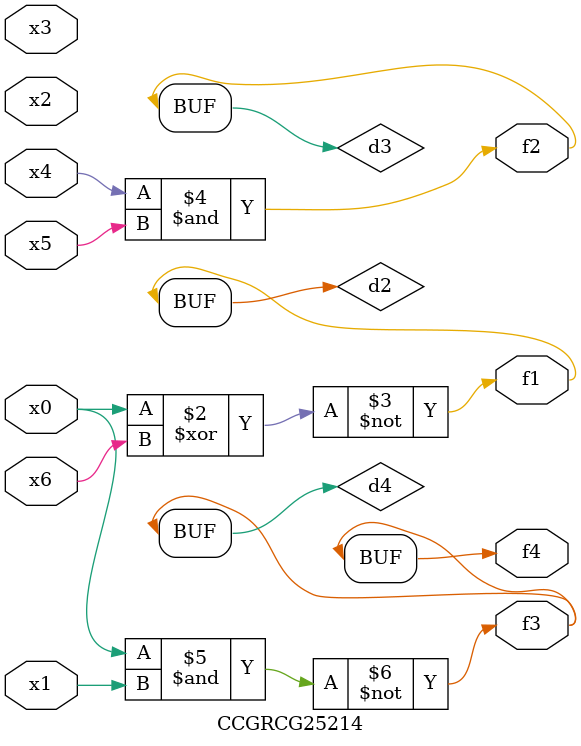
<source format=v>
module CCGRCG25214(
	input x0, x1, x2, x3, x4, x5, x6,
	output f1, f2, f3, f4
);

	wire d1, d2, d3, d4;

	nor (d1, x0);
	xnor (d2, x0, x6);
	and (d3, x4, x5);
	nand (d4, x0, x1);
	assign f1 = d2;
	assign f2 = d3;
	assign f3 = d4;
	assign f4 = d4;
endmodule

</source>
